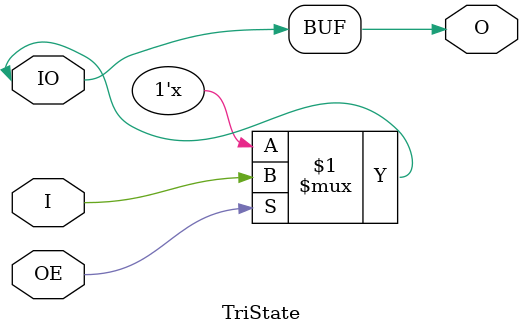
<source format=v>


// Permission is hereby granted, free of charge, to any person obtaining a copy
// of this software and associated documentation files (the "Software"), to deal
// in the Software without restriction, including without limitation the rights
// to use, copy, modify, merge, publish, distribute, sublicense, and/or sell
// copies of the Software, and to permit persons to whom the Software is
// furnished to do so, subject to the following conditions:

// The above copyright notice and this permission notice shall be included in
// all copies or substantial portions of the Software.

// THE SOFTWARE IS PROVIDED "AS IS", WITHOUT WARRANTY OF ANY KIND, EXPRESS OR
// IMPLIED, INCLUDING BUT NOT LIMITED TO THE WARRANTIES OF MERCHANTABILITY,
// FITNESS FOR A PARTICULAR PURPOSE AND NONINFRINGEMENT. IN NO EVENT SHALL THE
// AUTHORS OR COPYRIGHT HOLDERS BE LIABLE FOR ANY CLAIM, DAMAGES OR OTHER
// LIABILITY, WHETHER IN AN ACTION OF CONTRACT, TORT OR OTHERWISE, ARISING FROM,
// OUT OF OR IN CONNECTION WITH THE SOFTWARE OR THE USE OR OTHER DEALINGS IN
// THE SOFTWARE.
//
// $Revision: 17872 $
// $Date: 2009-09-18 14:32:56 +0000 (Fri, 18 Sep 2009) $

`ifdef BSV_ASSIGNMENT_DELAY
`else
`define BSV_ASSIGNMENT_DELAY
`endif

module TriState
  (
   // Outputs
   O, 
   // Inouts
   IO, 
   // Inputs
   OE, I
   );

   parameter          width = 1;
   
   
   input              OE;
   
   input [width-1:0]  I;
   output [width-1:0] O;

   inout [width-1:0]  IO;

   assign             IO = (OE) ? I : { width { 1'bz } };
   assign             O  = IO;
      
endmodule // TriState


</source>
